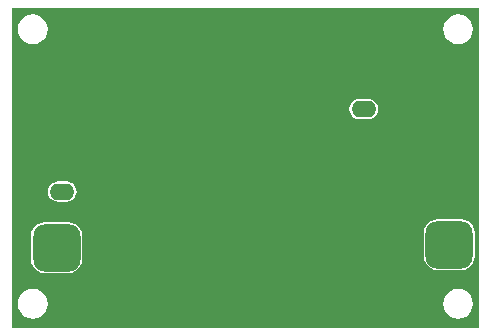
<source format=gbl>
G04*
G04 #@! TF.GenerationSoftware,Altium Limited,Altium Designer,20.2.5 (213)*
G04*
G04 Layer_Physical_Order=2*
G04 Layer_Color=16711680*
%FSLAX25Y25*%
%MOIN*%
G70*
G04*
G04 #@! TF.SameCoordinates,D13279C3-A8A1-413E-BFD4-EE2126F61682*
G04*
G04*
G04 #@! TF.FilePolarity,Positive*
G04*
G01*
G75*
%ADD28O,0.08268X0.05512*%
G04:AMPARAMS|DCode=29|XSize=157.48mil|YSize=157.48mil|CornerRadius=39.37mil|HoleSize=0mil|Usage=FLASHONLY|Rotation=0.000|XOffset=0mil|YOffset=0mil|HoleType=Round|Shape=RoundedRectangle|*
%AMROUNDEDRECTD29*
21,1,0.15748,0.07874,0,0,0.0*
21,1,0.07874,0.15748,0,0,0.0*
1,1,0.07874,0.03937,-0.03937*
1,1,0.07874,-0.03937,-0.03937*
1,1,0.07874,-0.03937,0.03937*
1,1,0.07874,0.03937,0.03937*
%
%ADD29ROUNDEDRECTD29*%
%ADD30C,0.02756*%
G36*
X491315Y246874D02*
X335456D01*
Y353520D01*
X491315D01*
Y246874D01*
D02*
G37*
%LPC*%
G36*
X484252Y351428D02*
X482965Y351259D01*
X481766Y350762D01*
X480736Y349972D01*
X479946Y348942D01*
X479450Y347743D01*
X479280Y346457D01*
X479450Y345170D01*
X479946Y343971D01*
X480736Y342941D01*
X481766Y342151D01*
X482965Y341654D01*
X484252Y341485D01*
X485539Y341654D01*
X486738Y342151D01*
X487768Y342941D01*
X488558Y343971D01*
X489054Y345170D01*
X489224Y346457D01*
X489054Y347743D01*
X488558Y348942D01*
X487768Y349972D01*
X486738Y350762D01*
X485539Y351259D01*
X484252Y351428D01*
D02*
G37*
G36*
X342520D02*
X341233Y351259D01*
X340034Y350762D01*
X339004Y349972D01*
X338214Y348942D01*
X337717Y347743D01*
X337548Y346457D01*
X337717Y345170D01*
X338214Y343971D01*
X339004Y342941D01*
X340034Y342151D01*
X341233Y341654D01*
X342520Y341485D01*
X343806Y341654D01*
X345005Y342151D01*
X346035Y342941D01*
X346825Y343971D01*
X347322Y345170D01*
X347491Y346457D01*
X347322Y347743D01*
X346825Y348942D01*
X346035Y349972D01*
X345005Y350762D01*
X343806Y351259D01*
X342520Y351428D01*
D02*
G37*
G36*
X454134Y323265D02*
X451378D01*
X450502Y323150D01*
X449686Y322812D01*
X448986Y322274D01*
X448448Y321573D01*
X448110Y320758D01*
X447995Y319882D01*
X448110Y319006D01*
X448448Y318190D01*
X448986Y317490D01*
X449686Y316952D01*
X450502Y316614D01*
X451378Y316499D01*
X454134D01*
X455010Y316614D01*
X455826Y316952D01*
X456526Y317490D01*
X457064Y318190D01*
X457402Y319006D01*
X457517Y319882D01*
X457402Y320758D01*
X457064Y321573D01*
X456526Y322274D01*
X455826Y322812D01*
X455010Y323150D01*
X454134Y323265D01*
D02*
G37*
G36*
X353740Y295706D02*
X350984D01*
X350109Y295591D01*
X349293Y295253D01*
X348592Y294715D01*
X348054Y294015D01*
X347716Y293198D01*
X347601Y292323D01*
X347716Y291447D01*
X348054Y290631D01*
X348592Y289931D01*
X349293Y289393D01*
X350109Y289055D01*
X350984Y288940D01*
X353740D01*
X354616Y289055D01*
X355432Y289393D01*
X356133Y289931D01*
X356670Y290631D01*
X357008Y291447D01*
X357123Y292323D01*
X357008Y293198D01*
X356670Y294015D01*
X356133Y294715D01*
X355432Y295253D01*
X354616Y295591D01*
X353740Y295706D01*
D02*
G37*
G36*
X485236Y283118D02*
X477362D01*
X476178Y282962D01*
X475075Y282505D01*
X474127Y281778D01*
X473400Y280831D01*
X472943Y279727D01*
X472788Y278543D01*
Y270669D01*
X472943Y269485D01*
X473400Y268382D01*
X474127Y267435D01*
X475075Y266708D01*
X476178Y266251D01*
X477362Y266095D01*
X485236D01*
X486420Y266251D01*
X487524Y266708D01*
X488471Y267435D01*
X489198Y268382D01*
X489655Y269485D01*
X489811Y270669D01*
Y278543D01*
X489655Y279727D01*
X489198Y280831D01*
X488471Y281778D01*
X487524Y282505D01*
X486420Y282962D01*
X485236Y283118D01*
D02*
G37*
G36*
X354331Y282134D02*
X346457D01*
X345273Y281978D01*
X344169Y281521D01*
X343222Y280794D01*
X342495Y279846D01*
X342038Y278743D01*
X341882Y277559D01*
Y269685D01*
X342038Y268501D01*
X342495Y267398D01*
X343222Y266450D01*
X344169Y265723D01*
X345273Y265266D01*
X346457Y265110D01*
X354331D01*
X355515Y265266D01*
X356618Y265723D01*
X357565Y266450D01*
X358292Y267398D01*
X358749Y268501D01*
X358905Y269685D01*
Y277559D01*
X358749Y278743D01*
X358292Y279846D01*
X357565Y280794D01*
X356618Y281521D01*
X355515Y281978D01*
X354331Y282134D01*
D02*
G37*
G36*
X484252Y259893D02*
X482965Y259723D01*
X481766Y259227D01*
X480736Y258437D01*
X479946Y257407D01*
X479450Y256208D01*
X479280Y254921D01*
X479450Y253635D01*
X479946Y252435D01*
X480736Y251406D01*
X481766Y250616D01*
X482965Y250119D01*
X484252Y249950D01*
X485539Y250119D01*
X486738Y250616D01*
X487768Y251406D01*
X488558Y252435D01*
X489054Y253635D01*
X489224Y254921D01*
X489054Y256208D01*
X488558Y257407D01*
X487768Y258437D01*
X486738Y259227D01*
X485539Y259723D01*
X484252Y259893D01*
D02*
G37*
G36*
X342520D02*
X341233Y259723D01*
X340034Y259227D01*
X339004Y258437D01*
X338214Y257407D01*
X337717Y256208D01*
X337548Y254921D01*
X337717Y253635D01*
X338214Y252435D01*
X339004Y251406D01*
X340034Y250616D01*
X341233Y250119D01*
X342520Y249950D01*
X343806Y250119D01*
X345005Y250616D01*
X346035Y251406D01*
X346825Y252435D01*
X347322Y253635D01*
X347491Y254921D01*
X347322Y256208D01*
X346825Y257407D01*
X346035Y258437D01*
X345005Y259227D01*
X343806Y259723D01*
X342520Y259893D01*
D02*
G37*
%LPD*%
D28*
X352362Y292323D02*
D03*
Y306102D02*
D03*
X452756Y319882D02*
D03*
Y333661D02*
D03*
D29*
X481299Y328740D02*
D03*
X350394Y329724D02*
D03*
X481299Y274606D02*
D03*
X350394Y273622D02*
D03*
D30*
X466535Y342520D02*
D03*
X460630Y330709D02*
D03*
X466535Y318898D02*
D03*
X454724Y342520D02*
D03*
X442913D02*
D03*
X437008Y330709D02*
D03*
X431102Y295275D02*
D03*
X419291Y342520D02*
D03*
X413386Y330709D02*
D03*
Y307086D02*
D03*
Y283465D02*
D03*
X395669Y295275D02*
D03*
X383858D02*
D03*
X372047Y342520D02*
D03*
X366142Y330709D02*
D03*
X372047Y318898D02*
D03*
X366142Y307086D02*
D03*
X360236Y342520D02*
D03*
Y318898D02*
D03*
X348425D02*
D03*
X342520Y307086D02*
D03*
M02*

</source>
